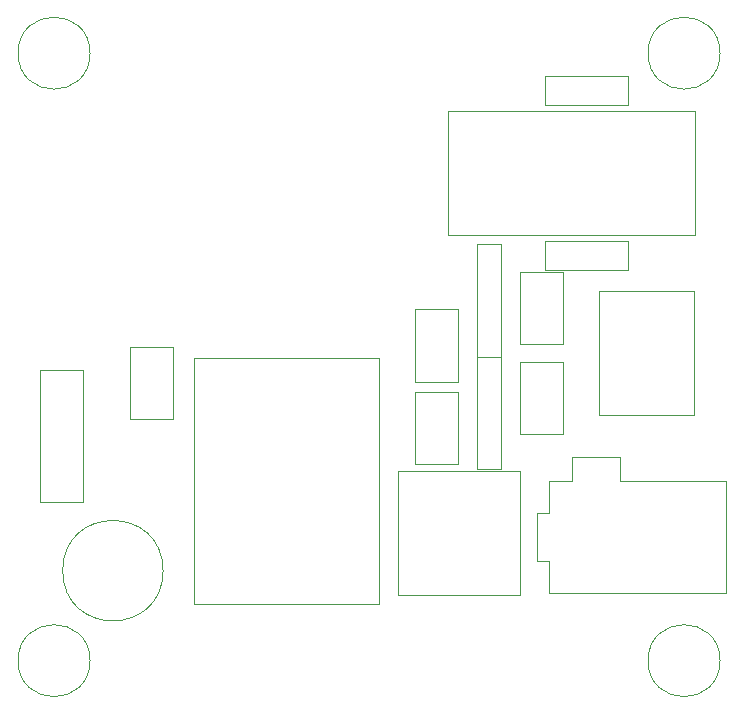
<source format=gbr>
G04 #@! TF.GenerationSoftware,KiCad,Pcbnew,7.0.1*
G04 #@! TF.CreationDate,2024-08-10T04:39:01+08:00*
G04 #@! TF.ProjectId,BDST,42445354-2e6b-4696-9361-645f70636258,rev?*
G04 #@! TF.SameCoordinates,Original*
G04 #@! TF.FileFunction,Other,User*
%FSLAX46Y46*%
G04 Gerber Fmt 4.6, Leading zero omitted, Abs format (unit mm)*
G04 Created by KiCad (PCBNEW 7.0.1) date 2024-08-10 04:39:01*
%MOMM*%
%LPD*%
G01*
G04 APERTURE LIST*
%ADD10C,0.050000*%
G04 APERTURE END LIST*
D10*
X138240000Y-70655000D02*
X146240000Y-70655000D01*
X138240000Y-70655000D02*
X138240000Y-60155000D01*
X146240000Y-60155000D02*
X146240000Y-70655000D01*
X146240000Y-60155000D02*
X138240000Y-60155000D01*
X140710000Y-44380000D02*
X140710000Y-41980000D01*
X140710000Y-41980000D02*
X133610000Y-41980000D01*
X133610000Y-44380000D02*
X140710000Y-44380000D01*
X133610000Y-41980000D02*
X133610000Y-44380000D01*
X90910000Y-66790000D02*
X90910000Y-77990000D01*
X90910000Y-77990000D02*
X94510000Y-77990000D01*
X94510000Y-66790000D02*
X90910000Y-66790000D01*
X94510000Y-77990000D02*
X94510000Y-66790000D01*
X135150000Y-72290000D02*
X135150000Y-66140000D01*
X135150000Y-66140000D02*
X131550000Y-66140000D01*
X131550000Y-72290000D02*
X135150000Y-72290000D01*
X131550000Y-66140000D02*
X131550000Y-72290000D01*
X122660000Y-61695000D02*
X122660000Y-67845000D01*
X122660000Y-67845000D02*
X126260000Y-67845000D01*
X126260000Y-61695000D02*
X122660000Y-61695000D01*
X126260000Y-67845000D02*
X126260000Y-61695000D01*
X135150000Y-64665000D02*
X135150000Y-58515000D01*
X135150000Y-58515000D02*
X131550000Y-58515000D01*
X131550000Y-64665000D02*
X135150000Y-64665000D01*
X131550000Y-58515000D02*
X131550000Y-64665000D01*
X129955000Y-56200000D02*
X127855000Y-56200000D01*
X127855000Y-56200000D02*
X127855000Y-65720000D01*
X129955000Y-65720000D02*
X129955000Y-56200000D01*
X127855000Y-65720000D02*
X129955000Y-65720000D01*
X148465000Y-40005000D02*
G75*
G03*
X148465000Y-40005000I-3050000J0D01*
G01*
X103890000Y-65790000D02*
X103890000Y-86610000D01*
X103890000Y-65790000D02*
X119630000Y-65790000D01*
X119630000Y-86610000D02*
X103890000Y-86610000D01*
X119630000Y-86610000D02*
X119630000Y-65790000D01*
X95125000Y-40005000D02*
G75*
G03*
X95125000Y-40005000I-3050000J0D01*
G01*
X95125000Y-91440000D02*
G75*
G03*
X95125000Y-91440000I-3050000J0D01*
G01*
X146370000Y-44915000D02*
X125410000Y-44915000D01*
X125410000Y-44915000D02*
X125410000Y-55415000D01*
X146370000Y-55415000D02*
X146370000Y-44915000D01*
X125410000Y-55415000D02*
X146370000Y-55415000D01*
X101307651Y-83820000D02*
G75*
G03*
X101307651Y-83820000I-4250000J0D01*
G01*
X148970000Y-76217500D02*
X148970000Y-85717500D01*
X139970000Y-76217500D02*
X148970000Y-76217500D01*
X139970000Y-74217500D02*
X139970000Y-76217500D01*
X135970000Y-76217500D02*
X135970000Y-74217500D01*
X135970000Y-74217500D02*
X139970000Y-74217500D01*
X133970000Y-85717500D02*
X148970000Y-85717500D01*
X133970000Y-85467500D02*
X133970000Y-85717500D01*
X133970000Y-85467500D02*
X133970000Y-82967500D01*
X133970000Y-82967500D02*
X132970000Y-82967500D01*
X133970000Y-78967500D02*
X133970000Y-76217500D01*
X133970000Y-76217500D02*
X135970000Y-76217500D01*
X132970000Y-82967500D02*
X132970000Y-78967500D01*
X132970000Y-78967500D02*
X133970000Y-78967500D01*
X148465000Y-91440000D02*
G75*
G03*
X148465000Y-91440000I-3050000J0D01*
G01*
X126260000Y-74825000D02*
X126260000Y-68675000D01*
X126260000Y-68675000D02*
X122660000Y-68675000D01*
X122660000Y-74825000D02*
X126260000Y-74825000D01*
X122660000Y-68675000D02*
X122660000Y-74825000D01*
X98530000Y-64870000D02*
X98530000Y-71020000D01*
X98530000Y-71020000D02*
X102130000Y-71020000D01*
X102130000Y-64870000D02*
X98530000Y-64870000D01*
X102130000Y-71020000D02*
X102130000Y-64870000D01*
X127855000Y-75245000D02*
X129955000Y-75245000D01*
X129955000Y-75245000D02*
X129955000Y-65725000D01*
X127855000Y-65725000D02*
X127855000Y-75245000D01*
X129955000Y-65725000D02*
X127855000Y-65725000D01*
X131525000Y-85870000D02*
X131525000Y-75420000D01*
X131525000Y-75420000D02*
X121225000Y-75420000D01*
X121225000Y-85870000D02*
X131525000Y-85870000D01*
X121225000Y-75420000D02*
X121225000Y-85870000D01*
X133610000Y-55950000D02*
X133610000Y-58350000D01*
X133610000Y-58350000D02*
X140710000Y-58350000D01*
X140710000Y-55950000D02*
X133610000Y-55950000D01*
X140710000Y-58350000D02*
X140710000Y-55950000D01*
M02*

</source>
